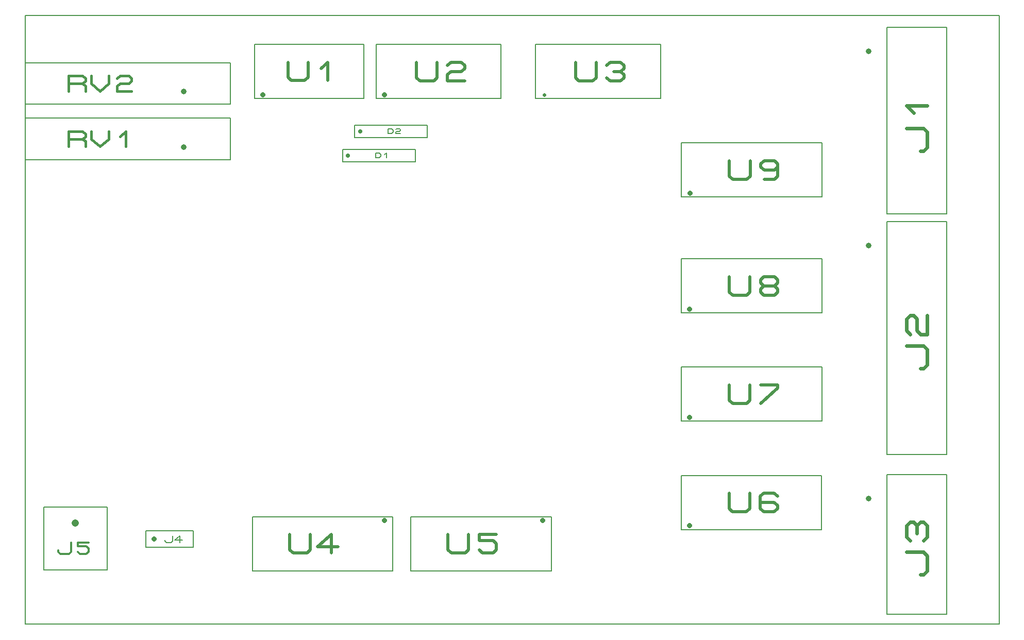
<source format=gbr>
G04 PROTEUS GERBER X2 FILE*
%TF.GenerationSoftware,Labcenter,Proteus,8.13-SP0-Build31525*%
%TF.CreationDate,2024-05-27T20:47:48+00:00*%
%TF.FileFunction,AssemblyDrawing,Top*%
%TF.FilePolarity,Positive*%
%TF.Part,Single*%
%TF.SameCoordinates,{f61d12dc-bb82-4ee6-a880-d96314c33a89}*%
%FSLAX45Y45*%
%MOMM*%
G01*
%TA.AperFunction,Profile*%
%ADD24C,0.203200*%
%TA.AperFunction,Material*%
%ADD26C,0.203200*%
%ADD40C,0.812800*%
%ADD41C,0.507080*%
%ADD28C,0.152400*%
%ADD42C,0.914400*%
%ADD43C,0.552950*%
%ADD44C,0.711200*%
%ADD45C,0.128010*%
%ADD46C,0.485300*%
%ADD47C,0.419600*%
%ADD48C,0.609600*%
%ADD49C,0.177800*%
%ADD50C,1.219200*%
%ADD51C,0.314280*%
%TD.AperFunction*%
D24*
X-8000000Y-5000000D02*
X+8000000Y-5000000D01*
X+8000000Y+5000000D01*
X-8000000Y+5000000D01*
X-8000000Y-5000000D01*
D26*
X-4269160Y-4125500D02*
X-1962840Y-4125500D01*
X-1962840Y-3236500D01*
X-4269160Y-3236500D01*
X-4269160Y-4125500D01*
D40*
X-2100000Y-3300000D02*
X-2100000Y-3300000D01*
D41*
X-3661276Y-3528874D02*
X-3661276Y-3782417D01*
X-3604229Y-3833125D01*
X-3376041Y-3833125D01*
X-3318994Y-3782417D01*
X-3318994Y-3528874D01*
X-2862618Y-3731708D02*
X-3204900Y-3731708D01*
X-2976712Y-3528874D01*
X-2976712Y-3833125D01*
D26*
X-1669160Y-4125500D02*
X+637160Y-4125500D01*
X+637160Y-3236500D01*
X-1669160Y-3236500D01*
X-1669160Y-4125500D01*
D40*
X+500000Y-3300000D02*
X+500000Y-3300000D01*
D41*
X-1061276Y-3528874D02*
X-1061276Y-3782417D01*
X-1004229Y-3833125D01*
X-776041Y-3833125D01*
X-718994Y-3782417D01*
X-718994Y-3528874D01*
X-262618Y-3528874D02*
X-547853Y-3528874D01*
X-547853Y-3630291D01*
X-319665Y-3630291D01*
X-262618Y-3681000D01*
X-262618Y-3782417D01*
X-319665Y-3833125D01*
X-490806Y-3833125D01*
X-547853Y-3782417D01*
D28*
X+7136320Y-2543920D02*
X+6153340Y-2543920D01*
X+6153340Y-4840080D01*
X+7136320Y-4840080D01*
X+7136320Y-2543920D01*
X+6153340Y-2543920D01*
X+6153340Y-4840080D01*
X+7136320Y-4840080D01*
X+7136320Y-2543920D01*
D42*
X+5846000Y-2930000D02*
X+5846000Y-2930000D01*
D43*
X+6700126Y-4189662D02*
X+6755422Y-4189662D01*
X+6810718Y-4127455D01*
X+6810718Y-3878624D01*
X+6755422Y-3816416D01*
X+6478943Y-3816416D01*
X+6534239Y-3629793D02*
X+6478943Y-3567585D01*
X+6478943Y-3380962D01*
X+6534239Y-3318754D01*
X+6589535Y-3318754D01*
X+6644830Y-3380962D01*
X+6700126Y-3318754D01*
X+6755422Y-3318754D01*
X+6810718Y-3380962D01*
X+6810718Y-3567585D01*
X+6755422Y-3629793D01*
X+6644830Y-3505377D02*
X+6644830Y-3380962D01*
D28*
X+7136320Y+1610080D02*
X+6153340Y+1610080D01*
X+6153340Y-2210080D01*
X+7136320Y-2210080D01*
X+7136320Y+1610080D01*
X+6153340Y+1610080D01*
X+6153340Y-2210080D01*
X+7136320Y-2210080D01*
X+7136320Y+1610080D01*
D42*
X+5846000Y+1224000D02*
X+5846000Y+1224000D01*
D43*
X+6700126Y-797662D02*
X+6755422Y-797662D01*
X+6810718Y-735455D01*
X+6810718Y-486624D01*
X+6755422Y-424416D01*
X+6478943Y-424416D01*
X+6534239Y-237793D02*
X+6478943Y-175585D01*
X+6478943Y+11038D01*
X+6534239Y+73246D01*
X+6589535Y+73246D01*
X+6644830Y+11038D01*
X+6644830Y-175585D01*
X+6700126Y-237793D01*
X+6810718Y-237793D01*
X+6810718Y+73246D01*
D28*
X+7136320Y+4802080D02*
X+6153340Y+4802080D01*
X+6153340Y+1743920D01*
X+7136320Y+1743920D01*
X+7136320Y+4802080D01*
X+6153340Y+4802080D01*
X+6153340Y+1743920D01*
X+7136320Y+1743920D01*
X+7136320Y+4802080D01*
D42*
X+5846000Y+4416000D02*
X+5846000Y+4416000D01*
D43*
X+6700126Y+2775338D02*
X+6755422Y+2775338D01*
X+6810718Y+2837545D01*
X+6810718Y+3086376D01*
X+6755422Y+3148584D01*
X+6478943Y+3148584D01*
X+6589535Y+3397415D02*
X+6478943Y+3521831D01*
X+6810718Y+3521831D01*
D26*
X-2788900Y+2598400D02*
X-1595100Y+2598400D01*
X-1595100Y+2801600D01*
X-2788900Y+2801600D01*
X-2788900Y+2598400D01*
D44*
X-2700000Y+2700000D02*
X-2700000Y+2700000D01*
D45*
X-2244983Y+2661596D02*
X-2244983Y+2738405D01*
X-2187377Y+2738405D01*
X-2158574Y+2712802D01*
X-2158574Y+2687199D01*
X-2187377Y+2661596D01*
X-2244983Y+2661596D01*
X-2100967Y+2712802D02*
X-2072164Y+2738405D01*
X-2072164Y+2661596D01*
D26*
X-2588900Y+2998400D02*
X-1395100Y+2998400D01*
X-1395100Y+3201600D01*
X-2588900Y+3201600D01*
X-2588900Y+2998400D01*
D44*
X-2500000Y+3100000D02*
X-2500000Y+3100000D01*
D45*
X-2044983Y+3061596D02*
X-2044983Y+3138405D01*
X-1987377Y+3138405D01*
X-1958574Y+3112802D01*
X-1958574Y+3087199D01*
X-1987377Y+3061596D01*
X-2044983Y+3061596D01*
X-1915369Y+3125603D02*
X-1900967Y+3138405D01*
X-1857762Y+3138405D01*
X-1843361Y+3125603D01*
X-1843361Y+3112802D01*
X-1857762Y+3100000D01*
X-1900967Y+3100000D01*
X-1915369Y+3087199D01*
X-1915369Y+3061596D01*
X-1843361Y+3061596D01*
D26*
X-4237160Y+3636500D02*
X-2438840Y+3636500D01*
X-2438840Y+4525500D01*
X-4237160Y+4525500D01*
X-4237160Y+3636500D01*
D40*
X-4100000Y+3700000D02*
X-4100000Y+3700000D01*
D46*
X-3685878Y+4226593D02*
X-3685878Y+3983938D01*
X-3631281Y+3935407D01*
X-3412892Y+3935407D01*
X-3358295Y+3983938D01*
X-3358295Y+4226593D01*
X-3139906Y+4129531D02*
X-3030711Y+4226593D01*
X-3030711Y+3935407D01*
D26*
X-8007160Y+2632640D02*
X-4634040Y+2632640D01*
X-4634040Y+3313360D01*
X-8007160Y+3313360D01*
X-8007160Y+2632640D01*
D42*
X-5406200Y+2846000D02*
X-5406200Y+2846000D01*
D47*
X-7296010Y+2847117D02*
X-7296010Y+3098882D01*
X-7059981Y+3098882D01*
X-7012775Y+3056921D01*
X-7012775Y+3014960D01*
X-7059981Y+2973000D01*
X-7296010Y+2973000D01*
X-7059981Y+2973000D02*
X-7012775Y+2931039D01*
X-7012775Y+2847117D01*
X-6918363Y+3098882D02*
X-6918363Y+2973000D01*
X-6776746Y+2847117D01*
X-6635128Y+2973000D01*
X-6635128Y+3098882D01*
X-6446305Y+3014960D02*
X-6351893Y+3098882D01*
X-6351893Y+2847117D01*
D26*
X-8007160Y+3545340D02*
X-4634040Y+3545340D01*
X-4634040Y+4226060D01*
X-8007160Y+4226060D01*
X-8007160Y+3545340D01*
D42*
X-5406200Y+3758700D02*
X-5406200Y+3758700D01*
D47*
X-7296010Y+3759817D02*
X-7296010Y+4011582D01*
X-7059981Y+4011582D01*
X-7012775Y+3969621D01*
X-7012775Y+3927660D01*
X-7059981Y+3885700D01*
X-7296010Y+3885700D01*
X-7059981Y+3885700D02*
X-7012775Y+3843739D01*
X-7012775Y+3759817D01*
X-6918363Y+4011582D02*
X-6918363Y+3885700D01*
X-6776746Y+3759817D01*
X-6635128Y+3885700D01*
X-6635128Y+4011582D01*
X-6493511Y+3969621D02*
X-6446305Y+4011582D01*
X-6304687Y+4011582D01*
X-6257481Y+3969621D01*
X-6257481Y+3927660D01*
X-6304687Y+3885700D01*
X-6446305Y+3885700D01*
X-6493511Y+3843739D01*
X-6493511Y+3759817D01*
X-6257481Y+3759817D01*
D26*
X+381940Y+3636500D02*
X+2434260Y+3636500D01*
X+2434260Y+4525500D01*
X+381940Y+4525500D01*
X+381940Y+3636500D01*
D48*
X+519100Y+3700000D02*
X+519100Y+3700000D01*
D41*
X+1035544Y+4233126D02*
X+1035544Y+3979583D01*
X+1092591Y+3928875D01*
X+1320779Y+3928875D01*
X+1377826Y+3979583D01*
X+1377826Y+4233126D01*
X+1548967Y+4182417D02*
X+1606014Y+4233126D01*
X+1777155Y+4233126D01*
X+1834202Y+4182417D01*
X+1834202Y+4131709D01*
X+1777155Y+4081000D01*
X+1834202Y+4030292D01*
X+1834202Y+3979583D01*
X+1777155Y+3928875D01*
X+1606014Y+3928875D01*
X+1548967Y+3979583D01*
X+1663061Y+4081000D02*
X+1777155Y+4081000D01*
D26*
X+2774140Y-3448450D02*
X+5080460Y-3448450D01*
X+5080460Y-2559450D01*
X+2774140Y-2559450D01*
X+2774140Y-3448450D01*
D40*
X+2911300Y-3384950D02*
X+2911300Y-3384950D01*
D41*
X+3559824Y-2851824D02*
X+3559824Y-3105367D01*
X+3616871Y-3156075D01*
X+3845059Y-3156075D01*
X+3902106Y-3105367D01*
X+3902106Y-2851824D01*
X+4358482Y-2902533D02*
X+4301435Y-2851824D01*
X+4130294Y-2851824D01*
X+4073247Y-2902533D01*
X+4073247Y-3105367D01*
X+4130294Y-3156075D01*
X+4301435Y-3156075D01*
X+4358482Y-3105367D01*
X+4358482Y-3054658D01*
X+4301435Y-3003950D01*
X+4073247Y-3003950D01*
D26*
X+2777140Y-1663500D02*
X+5083460Y-1663500D01*
X+5083460Y-774500D01*
X+2777140Y-774500D01*
X+2777140Y-1663500D01*
D40*
X+2914300Y-1600000D02*
X+2914300Y-1600000D01*
D41*
X+3562824Y-1066874D02*
X+3562824Y-1320417D01*
X+3619871Y-1371125D01*
X+3848059Y-1371125D01*
X+3905106Y-1320417D01*
X+3905106Y-1066874D01*
X+4076247Y-1066874D02*
X+4361482Y-1066874D01*
X+4361482Y-1117583D01*
X+4076247Y-1371125D01*
D26*
X+2777140Y+114300D02*
X+5083460Y+114300D01*
X+5083460Y+1003300D01*
X+2777140Y+1003300D01*
X+2777140Y+114300D01*
D40*
X+2914300Y+177800D02*
X+2914300Y+177800D01*
D41*
X+3562824Y+710926D02*
X+3562824Y+457383D01*
X+3619871Y+406675D01*
X+3848059Y+406675D01*
X+3905106Y+457383D01*
X+3905106Y+710926D01*
X+4133294Y+558800D02*
X+4076247Y+609509D01*
X+4076247Y+660217D01*
X+4133294Y+710926D01*
X+4304435Y+710926D01*
X+4361482Y+660217D01*
X+4361482Y+609509D01*
X+4304435Y+558800D01*
X+4133294Y+558800D01*
X+4076247Y+508092D01*
X+4076247Y+457383D01*
X+4133294Y+406675D01*
X+4304435Y+406675D01*
X+4361482Y+457383D01*
X+4361482Y+508092D01*
X+4304435Y+558800D01*
D26*
X+2777940Y+2017500D02*
X+5084260Y+2017500D01*
X+5084260Y+2906500D01*
X+2777940Y+2906500D01*
X+2777940Y+2017500D01*
D40*
X+2915100Y+2081000D02*
X+2915100Y+2081000D01*
D41*
X+3563624Y+2614126D02*
X+3563624Y+2360583D01*
X+3620671Y+2309875D01*
X+3848859Y+2309875D01*
X+3905906Y+2360583D01*
X+3905906Y+2614126D01*
X+4362282Y+2512709D02*
X+4305235Y+2462000D01*
X+4134094Y+2462000D01*
X+4077047Y+2512709D01*
X+4077047Y+2563417D01*
X+4134094Y+2614126D01*
X+4305235Y+2614126D01*
X+4362282Y+2563417D01*
X+4362282Y+2360583D01*
X+4305235Y+2309875D01*
X+4134094Y+2309875D01*
D26*
X-6024840Y-3740320D02*
X-5242520Y-3740320D01*
X-5242520Y-3466000D01*
X-6024840Y-3466000D01*
X-6024840Y-3740320D01*
D40*
X-5887680Y-3603160D02*
X-5887680Y-3603160D01*
D49*
X-5704800Y-3620940D02*
X-5704800Y-3638720D01*
X-5684798Y-3656500D01*
X-5604788Y-3656500D01*
X-5584785Y-3638720D01*
X-5584785Y-3549820D01*
X-5424765Y-3620940D02*
X-5544780Y-3620940D01*
X-5464770Y-3549820D01*
X-5464770Y-3656500D01*
D26*
X-2237160Y+3636500D02*
X-184840Y+3636500D01*
X-184840Y+4525500D01*
X-2237160Y+4525500D01*
X-2237160Y+3636500D01*
D40*
X-2100000Y+3700000D02*
X-2100000Y+3700000D01*
D41*
X-1578476Y+4233126D02*
X-1578476Y+3979583D01*
X-1521429Y+3928875D01*
X-1293241Y+3928875D01*
X-1236194Y+3979583D01*
X-1236194Y+4233126D01*
X-1065053Y+4182417D02*
X-1008006Y+4233126D01*
X-836865Y+4233126D01*
X-779818Y+4182417D01*
X-779818Y+4131709D01*
X-836865Y+4081000D01*
X-1008006Y+4081000D01*
X-1065053Y+4030292D01*
X-1065053Y+3928875D01*
X-779818Y+3928875D01*
D24*
X-8000000Y-5000000D02*
X+8000000Y-5000000D01*
X+8000000Y+5000000D01*
X-8000000Y+5000000D01*
X-8000000Y-5000000D01*
D26*
X-7696200Y-4109720D02*
X-6659880Y-4109720D01*
X-6659880Y-3073400D01*
X-7696200Y-3073400D01*
X-7696200Y-4109720D01*
D50*
X-7178040Y-3337560D02*
X-7178040Y-3337560D01*
D51*
X-7460893Y-3785549D02*
X-7460893Y-3816977D01*
X-7425537Y-3848405D01*
X-7284110Y-3848405D01*
X-7248754Y-3816977D01*
X-7248754Y-3659836D01*
X-6965901Y-3659836D02*
X-7142684Y-3659836D01*
X-7142684Y-3722692D01*
X-7001257Y-3722692D01*
X-6965901Y-3754120D01*
X-6965901Y-3816977D01*
X-7001257Y-3848405D01*
X-7107327Y-3848405D01*
X-7142684Y-3816977D01*
M02*

</source>
